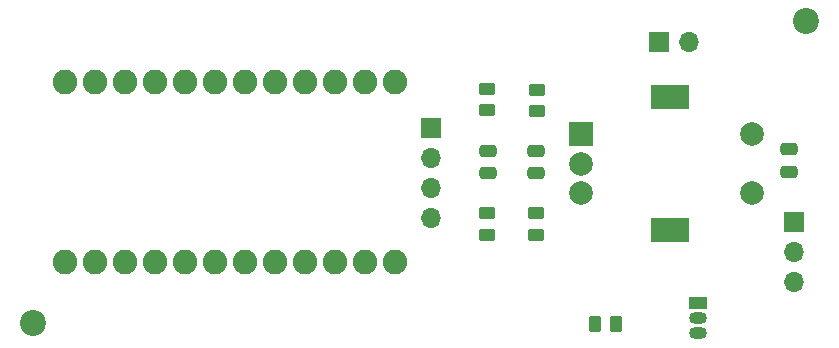
<source format=gbr>
%TF.GenerationSoftware,KiCad,Pcbnew,(6.0.4)*%
%TF.CreationDate,2022-07-20T14:34:23+01:00*%
%TF.ProjectId,_autosave-CameraIntervalometer,5f617574-6f73-4617-9665-2d43616d6572,rev?*%
%TF.SameCoordinates,Original*%
%TF.FileFunction,Soldermask,Top*%
%TF.FilePolarity,Negative*%
%FSLAX46Y46*%
G04 Gerber Fmt 4.6, Leading zero omitted, Abs format (unit mm)*
G04 Created by KiCad (PCBNEW (6.0.4)) date 2022-07-20 14:34:23*
%MOMM*%
%LPD*%
G01*
G04 APERTURE LIST*
G04 Aperture macros list*
%AMRoundRect*
0 Rectangle with rounded corners*
0 $1 Rounding radius*
0 $2 $3 $4 $5 $6 $7 $8 $9 X,Y pos of 4 corners*
0 Add a 4 corners polygon primitive as box body*
4,1,4,$2,$3,$4,$5,$6,$7,$8,$9,$2,$3,0*
0 Add four circle primitives for the rounded corners*
1,1,$1+$1,$2,$3*
1,1,$1+$1,$4,$5*
1,1,$1+$1,$6,$7*
1,1,$1+$1,$8,$9*
0 Add four rect primitives between the rounded corners*
20,1,$1+$1,$2,$3,$4,$5,0*
20,1,$1+$1,$4,$5,$6,$7,0*
20,1,$1+$1,$6,$7,$8,$9,0*
20,1,$1+$1,$8,$9,$2,$3,0*%
G04 Aperture macros list end*
%ADD10RoundRect,0.250000X0.450000X-0.262500X0.450000X0.262500X-0.450000X0.262500X-0.450000X-0.262500X0*%
%ADD11R,2.000000X2.000000*%
%ADD12C,2.000000*%
%ADD13R,3.200000X2.000000*%
%ADD14RoundRect,0.250000X-0.450000X0.262500X-0.450000X-0.262500X0.450000X-0.262500X0.450000X0.262500X0*%
%ADD15RoundRect,0.250000X-0.475000X0.250000X-0.475000X-0.250000X0.475000X-0.250000X0.475000X0.250000X0*%
%ADD16C,2.200000*%
%ADD17R,1.500000X1.050000*%
%ADD18O,1.500000X1.050000*%
%ADD19R,1.700000X1.700000*%
%ADD20O,1.700000X1.700000*%
%ADD21RoundRect,0.250000X0.262500X0.450000X-0.262500X0.450000X-0.262500X-0.450000X0.262500X-0.450000X0*%
%ADD22C,2.082800*%
G04 APERTURE END LIST*
D10*
%TO.C,R4*%
X152570000Y-76950000D03*
X152570000Y-75125000D03*
%TD*%
D11*
%TO.C,SW1*%
X160500000Y-78950000D03*
D12*
X160500000Y-83950000D03*
X160500000Y-81450000D03*
D13*
X168000000Y-75850000D03*
X168000000Y-87050000D03*
D12*
X175000000Y-83950000D03*
X175000000Y-78950000D03*
%TD*%
D14*
%TO.C,R2*%
X156800000Y-75187500D03*
X156800000Y-77012500D03*
%TD*%
D15*
%TO.C,C1*%
X156680000Y-80362500D03*
X156680000Y-82262500D03*
%TD*%
D16*
%TO.C,H3*%
X114090000Y-94990000D03*
%TD*%
D17*
%TO.C,Q1*%
X170370000Y-93300000D03*
D18*
X170370000Y-94570000D03*
X170370000Y-95840000D03*
%TD*%
D10*
%TO.C,R1*%
X156650000Y-87500000D03*
X156650000Y-85675000D03*
%TD*%
D15*
%TO.C,C2*%
X152600000Y-80362500D03*
X152600000Y-82262500D03*
%TD*%
D19*
%TO.C,J1*%
X178505000Y-86375000D03*
D20*
X178505000Y-88915000D03*
X178505000Y-91455000D03*
%TD*%
D19*
%TO.C,BT1*%
X167100000Y-71120000D03*
D20*
X169640000Y-71120000D03*
%TD*%
D15*
%TO.C,C3*%
X178100000Y-80250000D03*
X178100000Y-82150000D03*
%TD*%
D19*
%TO.C,U1*%
X147795000Y-78425000D03*
D20*
X147795000Y-80965000D03*
X147795000Y-83505000D03*
X147795000Y-86045000D03*
%TD*%
D16*
%TO.C,H2*%
X179560000Y-69370000D03*
%TD*%
D10*
%TO.C,R3*%
X152570000Y-87500000D03*
X152570000Y-85675000D03*
%TD*%
D21*
%TO.C,R5*%
X163472500Y-95030000D03*
X161647500Y-95030000D03*
%TD*%
D22*
%TO.C,B1*%
X116835000Y-74580000D03*
X119375000Y-74580000D03*
X121915000Y-74580000D03*
X124455000Y-74580000D03*
X126995000Y-74580000D03*
X129535000Y-74580000D03*
X132075000Y-74580000D03*
X134615000Y-74580000D03*
X137155000Y-74580000D03*
X139695000Y-74580000D03*
X142235000Y-74580000D03*
X144775000Y-74580000D03*
X144775000Y-89820000D03*
X142235000Y-89820000D03*
X139695000Y-89820000D03*
X137155000Y-89820000D03*
X134615000Y-89820000D03*
X132075000Y-89820000D03*
X129535000Y-89820000D03*
X126995000Y-89820000D03*
X124455000Y-89820000D03*
X121915000Y-89820000D03*
X119375000Y-89820000D03*
X116835000Y-89820000D03*
%TD*%
M02*

</source>
